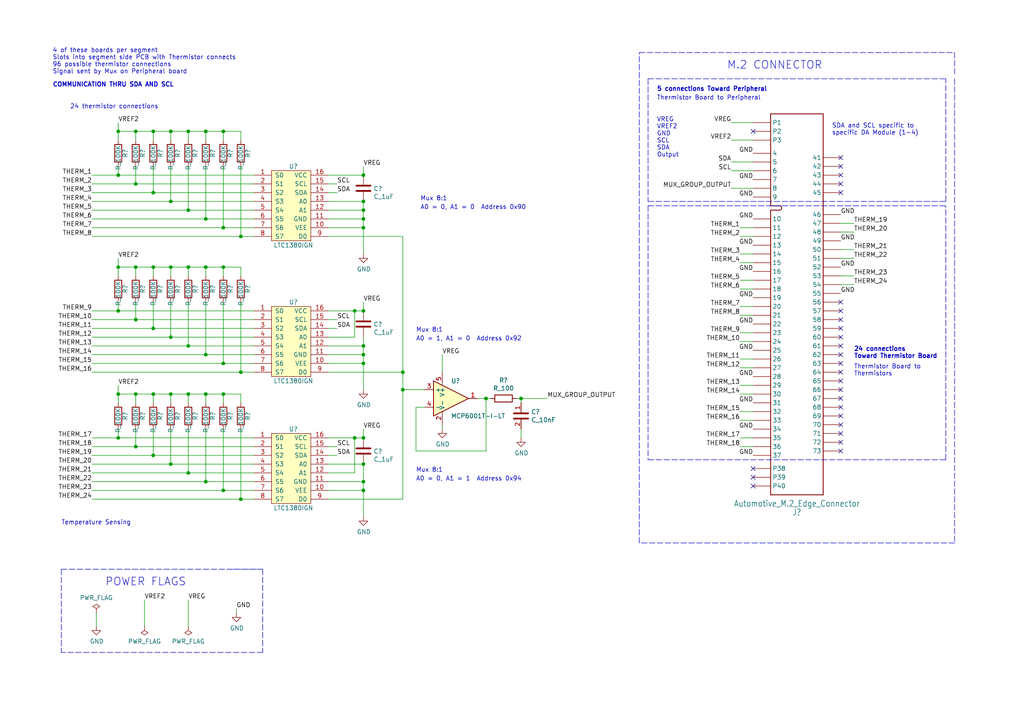
<source format=kicad_sch>
(kicad_sch (version 20211123) (generator eeschema)
  (paper "A4")
  (title_block (title "Data Acquisition Module") (date "2022-10-23") (rev "2") (company "Olin Electric Motorsports") (comment 1 "Melissa Kazazic"))
  (lib_symbols
    (symbol "formula:Automotive_M.2_Edge_Connector"
      (property "Reference" "J?" (at 1.27 49.53 0))
      (property "Value" "Automotive_M.2_Edge_Connector" (at 7.62 45.72 0))
      (symbol "Automotive_M.2_Edge_Connector_0_1"
        (arc (start -5.0436 15.2415) (mid -4.4198 15.8765) (end -5.0436 16.5115) (stroke (width 0.25)))
        (polyline (pts (xy -7.62 15.24) (xy -5.08 15.24)) (stroke (width 0.25)))
        (polyline (pts (xy -7.62 16.51) (xy -5.08 16.51)) (stroke (width 0.25)))
        (polyline (pts (xy -7.62 43.18) (xy -7.62 16.51)) (stroke (width 0.25)))
        (polyline (pts (xy 7.62 -67.31) (xy -7.62 -67.31)) (stroke (width 0.25)))
      )
      (symbol "Automotive_M.2_Edge_Connector_1_0"
        (polyline (pts (xy -7.62 -67.31) (xy -7.62 15.24)) (stroke (width 0.254)))
        (polyline (pts (xy 7.62 43.18) (xy -7.62 43.18)) (stroke (width 0.254)))
        (polyline (pts (xy 7.62 43.18) (xy 7.62 -67.31)) (stroke (width 0.254)))
        (pin bidirectional line (at -12.7 12.7 0) (length 5.08) (name "10") (number "10"))
        (pin bidirectional line (at -12.7 10.16 0) (length 5.08) (name "11") (number "11"))
        (pin bidirectional line (at -12.7 7.62 0) (length 5.08) (name "12") (number "12"))
        (pin bidirectional line (at -12.7 5.08 0) (length 5.08) (name "13") (number "13"))
        (pin bidirectional line (at -12.7 2.54 0) (length 5.08) (name "14") (number "14"))
        (pin bidirectional line (at -12.7 0 0) (length 5.08) (name "15") (number "15"))
        (pin bidirectional line (at -12.7 -2.54 0) (length 5.08) (name "16") (number "16"))
        (pin bidirectional line (at -12.7 -5.08 0) (length 5.08) (name "17") (number "17"))
        (pin bidirectional line (at -12.7 -7.62 0) (length 5.08) (name "18") (number "18"))
        (pin bidirectional line (at -12.7 -10.16 0) (length 5.08) (name "19") (number "19"))
        (pin bidirectional line (at -12.7 -12.7 0) (length 5.08) (name "20") (number "20"))
        (pin bidirectional line (at -12.7 -15.24 0) (length 5.08) (name "21") (number "21"))
        (pin bidirectional line (at -12.7 -17.78 0) (length 5.08) (name "22") (number "22"))
        (pin bidirectional line (at -12.7 -20.32 0) (length 5.08) (name "23") (number "23"))
        (pin bidirectional line (at -12.7 -22.86 0) (length 5.08) (name "24") (number "24"))
        (pin bidirectional line (at -12.7 -25.4 0) (length 5.08) (name "25") (number "25"))
        (pin bidirectional line (at -12.7 -27.94 0) (length 5.08) (name "26") (number "26"))
        (pin bidirectional line (at -12.7 -30.48 0) (length 5.08) (name "27") (number "27"))
        (pin bidirectional line (at -12.7 -33.02 0) (length 5.08) (name "28") (number "28"))
        (pin bidirectional line (at -12.7 -35.56 0) (length 5.08) (name "29") (number "29"))
        (pin bidirectional line (at -12.7 -38.1 0) (length 5.08) (name "30") (number "30"))
        (pin bidirectional line (at -12.7 -40.64 0) (length 5.08) (name "31") (number "31"))
        (pin bidirectional line (at -12.7 -43.18 0) (length 5.08) (name "32") (number "32"))
        (pin bidirectional line (at -12.7 -45.72 0) (length 5.08) (name "33") (number "33"))
        (pin bidirectional line (at -12.7 -48.26 0) (length 5.08) (name "34") (number "34"))
        (pin bidirectional line (at -12.7 -50.8 0) (length 5.08) (name "35") (number "35"))
        (pin bidirectional line (at -12.7 -53.34 0) (length 5.08) (name "36") (number "36"))
        (pin bidirectional line (at -12.7 -55.88 0) (length 5.08) (name "37") (number "37"))
        (pin bidirectional line (at -12.7 31.75 0) (length 5.08) (name "4") (number "4"))
        (pin bidirectional line (at 12.7 30.48 180) (length 5.08) (name "41") (number "41"))
        (pin bidirectional line (at 12.7 27.94 180) (length 5.08) (name "42") (number "42"))
        (pin bidirectional line (at 12.7 25.4 180) (length 5.08) (name "43") (number "43"))
        (pin bidirectional line (at 12.7 22.86 180) (length 5.08) (name "44") (number "44"))
        (pin bidirectional line (at 12.7 20.32 180) (length 5.08) (name "45") (number "45"))
        (pin bidirectional line (at 12.7 13.97 180) (length 5.08) (name "46") (number "46"))
        (pin bidirectional line (at 12.7 11.43 180) (length 5.08) (name "47") (number "47"))
        (pin bidirectional line (at 12.7 8.89 180) (length 5.08) (name "48") (number "48"))
        (pin bidirectional line (at 12.7 6.35 180) (length 5.08) (name "49") (number "49"))
        (pin bidirectional line (at -12.7 29.21 0) (length 5.08) (name "5") (number "5"))
        (pin bidirectional line (at 12.7 3.81 180) (length 5.08) (name "50") (number "50"))
        (pin bidirectional line (at 12.7 1.27 180) (length 5.08) (name "51") (number "51"))
        (pin bidirectional line (at 12.7 -1.27 180) (length 5.08) (name "52") (number "52"))
        (pin bidirectional line (at 12.7 -3.81 180) (length 5.08) (name "53") (number "53"))
        (pin bidirectional line (at 12.7 -6.35 180) (length 5.08) (name "54") (number "54"))
        (pin bidirectional line (at 12.7 -8.89 180) (length 5.08) (name "55") (number "55"))
        (pin bidirectional line (at 12.7 -11.43 180) (length 5.08) (name "56") (number "56"))
        (pin bidirectional line (at 12.7 -13.97 180) (length 5.08) (name "57") (number "57"))
        (pin bidirectional line (at 12.7 -16.51 180) (length 5.08) (name "58") (number "58"))
        (pin bidirectional line (at 12.7 -19.05 180) (length 5.08) (name "59") (number "59"))
        (pin bidirectional line (at -12.7 26.67 0) (length 5.08) (name "6") (number "6"))
        (pin bidirectional line (at 12.7 -21.59 180) (length 5.08) (name "60") (number "60"))
        (pin bidirectional line (at 12.7 -24.13 180) (length 5.08) (name "61") (number "61"))
        (pin bidirectional line (at 12.7 -26.67 180) (length 5.08) (name "62") (number "62"))
        (pin bidirectional line (at 12.7 -29.21 180) (length 5.08) (name "63") (number "63"))
        (pin bidirectional line (at 12.7 -31.75 180) (length 5.08) (name "64") (number "64"))
        (pin bidirectional line (at 12.7 -34.29 180) (length 5.08) (name "65") (number "65"))
        (pin bidirectional line (at 12.7 -36.83 180) (length 5.08) (name "66") (number "66"))
        (pin bidirectional line (at 12.7 -39.37 180) (length 5.08) (name "67") (number "67"))
        (pin bidirectional line (at 12.7 -41.91 180) (length 5.08) (name "68") (number "68"))
        (pin bidirectional line (at 12.7 -44.45 180) (length 5.08) (name "69") (number "69"))
        (pin bidirectional line (at -12.7 24.13 0) (length 5.08) (name "7") (number "7"))
        (pin bidirectional line (at 12.7 -46.99 180) (length 5.08) (name "70") (number "70"))
        (pin bidirectional line (at 12.7 -49.53 180) (length 5.08) (name "71") (number "71"))
        (pin bidirectional line (at 12.7 -52.07 180) (length 5.08) (name "72") (number "72"))
        (pin bidirectional line (at 12.7 -54.61 180) (length 5.08) (name "73") (number "73"))
        (pin bidirectional line (at -12.7 21.59 0) (length 5.08) (name "8") (number "8"))
        (pin bidirectional line (at -12.7 19.05 0) (length 5.08) (name "9") (number "9"))
        (pin bidirectional line (at -12.7 40.64 0) (length 5.08) (name "P1") (number "P1"))
        (pin bidirectional line (at -12.7 38.1 0) (length 5.08) (name "P2") (number "P2"))
        (pin bidirectional line (at -12.7 35.56 0) (length 5.08) (name "P3") (number "P3"))
        (pin bidirectional line (at -12.7 -59.69 0) (length 5.08) (name "P38") (number "P38"))
        (pin bidirectional line (at -12.7 -62.23 0) (length 5.08) (name "P39") (number "P39"))
        (pin bidirectional line (at -12.7 -64.77 0) (length 5.08) (name "P40") (number "P40"))
      )
    )
    (symbol "formula:C_10nF" (pin_names (offset 1.016))
      (property "Reference" "C" (at -2.54 2.54 0))
      (property "Value" "C_10nF" (at 3.81 0 90))
      (symbol "C_10nF_0_1"
        (polyline (pts (xy -2.032 -0.762) (xy 2.032 -0.762)) (stroke (width 0.508)))
        (polyline (pts (xy -2.032 0.762) (xy 2.032 0.762)) (stroke (width 0.508)))
      )
      (symbol "C_10nF_1_1"
        (pin passive line (at 0 3.81 270) (length 2.794) (name "~") (number "1"))
        (pin passive line (at 0 -3.81 90) (length 2.794) (name "~") (number "2"))
      )
    )
    (symbol "formula:C_1uF" (pin_numbers hide) (pin_names (offset 0.254))
      (property "Reference" "C" (at 0.635 3.81 0))
      (property "Value" "C_1uF" (at 0.635 -1.27 0))
      (symbol "C_1uF_0_1"
        (polyline (pts (xy -2.032 0.508) (xy 2.032 0.508)) (stroke (width 0.508)))
        (polyline (pts (xy -2.032 2.032) (xy 2.032 2.032)) (stroke (width 0.508)))
      )
      (symbol "C_1uF_1_1"
        (pin passive line (at 0 5.08 270) (length 2.794) (name "~") (number "1"))
        (pin passive line (at 0 -2.54 90) (length 2.794) (name "~") (number "2"))
      )
    )
    (symbol "formula:LTC1380IGN" (pin_names (offset 1.016))
      (property "Reference" "U" (at 0 11.43 0))
      (property "Value" "LTC1380IGN" (at 0 -11.43 0))
      (symbol "LTC1380IGN_0_1"
        (rectangle (start -6.35 10.16) (end 5.08 -10.16) (fill (type background)))
      )
      (symbol "LTC1380IGN_1_1"
        (pin input line (at -11.43 8.89 0) (length 5.08) (name "S0") (number "1"))
        (pin input line (at 10.16 -6.35 180) (length 5.08) (name "VEE") (number "10"))
        (pin input line (at 10.16 -3.81 180) (length 5.08) (name "GND") (number "11"))
        (pin input line (at 10.16 -1.27 180) (length 5.08) (name "A1") (number "12"))
        (pin input line (at 10.16 1.27 180) (length 5.08) (name "A0") (number "13"))
        (pin input line (at 10.16 3.81 180) (length 5.08) (name "SDA") (number "14"))
        (pin input line (at 10.16 6.35 180) (length 5.08) (name "SCL") (number "15"))
        (pin input line (at 10.16 8.89 180) (length 5.08) (name "VCC") (number "16"))
        (pin input line (at -11.43 6.35 0) (length 5.08) (name "S1") (number "2"))
        (pin input line (at -11.43 3.81 0) (length 5.08) (name "S2") (number "3"))
        (pin input line (at -11.43 1.27 0) (length 5.08) (name "S3") (number "4"))
        (pin input line (at -11.43 -1.27 0) (length 5.08) (name "S4") (number "5"))
        (pin input line (at -11.43 -3.81 0) (length 5.08) (name "S5") (number "6"))
        (pin input line (at -11.43 -6.35 0) (length 5.08) (name "S6") (number "7"))
        (pin input line (at -11.43 -8.89 0) (length 5.08) (name "S7") (number "8"))
        (pin input line (at 10.16 -8.89 180) (length 5.08) (name "D0") (number "9"))
      )
    )
    (symbol "formula:MCP6001T-I-LT"
      (property "Reference" "U" (at 0 5.08 0))
      (property "Value" "MCP6001T-I-LT" (at 0 -5.08 0))
      (symbol "MCP6001T-I-LT_0_1"
        (polyline (pts (xy -5.08 5.08) (xy 5.08 0) (xy -5.08 -5.08) (xy -5.08 5.08)) (stroke (width 0.254)) (fill (type background)))
        (pin power_in line (at -2.54 -7.62 90) (length 3.81) (name "V-") (number "2"))
        (pin power_in line (at -2.54 7.62 270) (length 3.81) (name "V+") (number "5"))
      )
      (symbol "MCP6001T-I-LT_1_1"
        (pin output line (at 7.62 0 180) (length 2.54) (name "~") (number "1"))
        (pin input line (at -7.62 2.54 0) (length 2.54) (name "+") (number "3"))
        (pin input line (at -7.62 -2.54 0) (length 2.54) (name "-") (number "4"))
      )
    )
    (symbol "formula:R_100" (pin_numbers hide) (pin_names (offset 0))
      (property "Reference" "R" (at 2.032 0 90))
      (property "Value" "R_100" (at -2.54 0 90))
      (symbol "R_100_0_1"
        (rectangle (start -1.016 -2.54) (end 1.016 2.54) (stroke (width 0.254)))
      )
      (symbol "R_100_1_1"
        (pin passive line (at 0 3.81 270) (length 1.27) (name "~") (number "1"))
        (pin passive line (at 0 -3.81 90) (length 1.27) (name "~") (number "2"))
      )
    )
    (symbol "formula:R_100K" (pin_numbers hide) (pin_names (offset 0))
      (property "Reference" "R" (at 2.032 0 90))
      (property "Value" "R_100K" (at -2.54 0 90))
      (symbol "R_100K_0_1"
        (rectangle (start -1.016 -2.54) (end 1.016 2.54) (stroke (width 0.254)))
      )
      (symbol "R_100K_1_1"
        (pin passive line (at 0 3.81 270) (length 1.27) (name "~") (number "1"))
        (pin passive line (at 0 -3.81 90) (length 1.27) (name "~") (number "2"))
      )
    )
    (symbol "power:GND" (power) (pin_names (offset 0))
      (property "Value" "GND" (at 0 -3.81 0))
      (symbol "GND_0_1"
        (polyline (pts (xy 0 0) (xy 0 -1.27) (xy 1.27 -1.27) (xy 0 -2.54) (xy -1.27 -1.27) (xy 0 -1.27)))
      )
      (symbol "GND_1_1"
        (pin power_in line (at 0 0 270) (length 0) hide (name "GND") (number "1"))
      )
    )
    (symbol "power:PWR_FLAG" (power) (pin_numbers hide) (pin_names (offset 0) hide)
      (property "Value" "PWR_FLAG" (at 0 3.81 0))
      (symbol "PWR_FLAG_0_0"
        (pin power_out line (at 0 0 90) (length 0) (name "pwr") (number "1"))
      )
      (symbol "PWR_FLAG_0_1"
        (polyline (pts (xy 0 0) (xy 0 1.27) (xy -1.016 1.905) (xy 0 2.54) (xy 1.016 1.905) (xy 0 1.27)))
      )
    )
  )
  (junction (at 34.29 38.1))
  (junction (at 59.69 102.87))
  (junction (at 49.53 38.1))
  (junction (at 34.29 114.3))
  (junction (at 64.77 77.47))
  (junction (at 34.29 50.8))
  (junction (at 54.61 38.1))
  (junction (at 105.41 105.41))
  (junction (at 59.69 114.3))
  (junction (at 44.45 114.3))
  (junction (at 69.85 107.95))
  (junction (at 64.77 38.1))
  (junction (at 49.53 114.3))
  (junction (at 44.45 77.47))
  (junction (at 116.84 107.95))
  (junction (at 105.41 66.04))
  (junction (at 39.37 38.1))
  (junction (at 44.45 95.25))
  (junction (at 34.29 127))
  (junction (at 105.41 90.17))
  (junction (at 102.87 127))
  (junction (at 105.41 102.87))
  (junction (at 54.61 114.3))
  (junction (at 151.13 115.57))
  (junction (at 116.84 113.03))
  (junction (at 105.41 142.24))
  (junction (at 34.29 77.47))
  (junction (at 105.41 100.33))
  (junction (at 54.61 60.96))
  (junction (at 39.37 77.47))
  (junction (at 54.61 137.16))
  (junction (at 105.41 50.8))
  (junction (at 44.45 38.1))
  (junction (at 54.61 77.47))
  (junction (at 39.37 92.71))
  (junction (at 44.45 132.08))
  (junction (at 105.41 134.62))
  (junction (at 49.53 58.42))
  (junction (at 59.69 38.1))
  (junction (at 49.53 77.47))
  (junction (at 64.77 105.41))
  (junction (at 105.41 60.96))
  (junction (at 105.41 127))
  (junction (at 105.41 139.7))
  (junction (at 54.61 100.33))
  (junction (at 34.29 90.17))
  (junction (at 59.69 77.47))
  (junction (at 64.77 66.04))
  (junction (at 44.45 55.88))
  (junction (at 49.53 134.62))
  (junction (at 59.69 63.5))
  (junction (at 39.37 53.34))
  (junction (at 140.97 115.57))
  (junction (at 64.77 142.24))
  (junction (at 69.85 68.58))
  (junction (at 69.85 144.78))
  (junction (at 105.41 63.5))
  (junction (at 105.41 58.42))
  (junction (at 64.77 114.3))
  (junction (at 59.69 139.7))
  (junction (at 49.53 97.79))
  (junction (at 39.37 129.54))
  (junction (at 39.37 114.3))
  (junction (at 102.87 90.17))
  (no_connect (at 218.44 38.1))
  (no_connect (at 243.84 50.8))
  (no_connect (at 243.84 48.26))
  (no_connect (at 243.84 45.72))
  (no_connect (at 243.84 55.88))
  (no_connect (at 243.84 53.34))
  (no_connect (at 243.84 125.73))
  (no_connect (at 243.84 120.65))
  (no_connect (at 243.84 123.19))
  (no_connect (at 243.84 130.81))
  (no_connect (at 243.84 128.27))
  (no_connect (at 243.84 115.57))
  (no_connect (at 243.84 118.11))
  (no_connect (at 218.44 135.89))
  (no_connect (at 218.44 138.43))
  (no_connect (at 218.44 140.97))
  (no_connect (at 243.84 90.17))
  (no_connect (at 243.84 87.63))
  (no_connect (at 243.84 92.71))
  (no_connect (at 243.84 95.25))
  (no_connect (at 243.84 97.79))
  (no_connect (at 243.84 100.33))
  (no_connect (at 243.84 102.87))
  (no_connect (at 243.84 105.41))
  (no_connect (at 243.84 107.95))
  (no_connect (at 243.84 110.49))
  (no_connect (at 243.84 113.03))
  (wire (pts (xy 39.37 92.71) (xy 73.66 92.71)))
  (wire (pts (xy 59.69 77.47) (xy 54.61 77.47)))
  (wire (pts (xy 54.61 137.16) (xy 73.66 137.16)))
  (polyline (pts (xy 276.86 22.86) (xy 276.86 157.48)))
  (wire (pts (xy 151.13 124.46) (xy 151.13 127)))
  (wire (pts (xy 49.53 38.1) (xy 44.45 38.1)))
  (wire (pts (xy 214.63 99.06) (xy 218.44 99.06)))
  (wire (pts (xy 59.69 48.26) (xy 59.69 63.5)))
  (wire (pts (xy 49.53 38.1) (xy 49.53 40.64)))
  (wire (pts (xy 69.85 114.3) (xy 64.77 114.3)))
  (wire (pts (xy 214.63 91.44) (xy 218.44 91.44)))
  (polyline (pts (xy 276.86 15.24) (xy 276.86 21.59)))
  (wire (pts (xy 95.25 68.58) (xy 116.84 68.58)))
  (polyline (pts (xy 185.42 15.24) (xy 276.86 15.24)))
  (wire (pts (xy 97.79 95.25) (xy 95.25 95.25)))
  (wire (pts (xy 105.41 142.24) (xy 105.41 149.86)))
  (wire (pts (xy 26.67 102.87) (xy 59.69 102.87)))
  (wire (pts (xy 95.25 60.96) (xy 105.41 60.96)))
  (wire (pts (xy 54.61 77.47) (xy 54.61 80.01)))
  (wire (pts (xy 34.29 50.8) (xy 73.66 50.8)))
  (wire (pts (xy 59.69 38.1) (xy 54.61 38.1)))
  (wire (pts (xy 105.41 134.62) (xy 95.25 134.62)))
  (wire (pts (xy 105.41 105.41) (xy 105.41 113.03)))
  (wire (pts (xy 214.63 96.52) (xy 218.44 96.52)))
  (wire (pts (xy 26.67 144.78) (xy 69.85 144.78)))
  (wire (pts (xy 49.53 58.42) (xy 73.66 58.42)))
  (wire (pts (xy 212.09 54.61) (xy 218.44 54.61)))
  (wire (pts (xy 34.29 77.47) (xy 34.29 80.01)))
  (wire (pts (xy 69.85 124.46) (xy 69.85 144.78)))
  (wire (pts (xy 54.61 124.46) (xy 54.61 137.16)))
  (wire (pts (xy 59.69 124.46) (xy 59.69 139.7)))
  (wire (pts (xy 59.69 38.1) (xy 59.69 40.64)))
  (wire (pts (xy 54.61 114.3) (xy 49.53 114.3)))
  (polyline (pts (xy 17.78 165.1) (xy 17.78 189.23)))
  (wire (pts (xy 54.61 60.96) (xy 26.67 60.96)))
  (wire (pts (xy 49.53 97.79) (xy 73.66 97.79)))
  (wire (pts (xy 105.41 100.33) (xy 105.41 102.87)))
  (polyline (pts (xy 187.96 22.86) (xy 187.96 58.42)))
  (wire (pts (xy 128.27 102.87) (xy 128.27 107.95)))
  (wire (pts (xy 140.97 130.81) (xy 140.97 115.57)))
  (wire (pts (xy 39.37 48.26) (xy 39.37 53.34)))
  (wire (pts (xy 247.65 74.93) (xy 243.84 74.93)))
  (wire (pts (xy 95.25 92.71) (xy 97.79 92.71)))
  (wire (pts (xy 214.63 111.76) (xy 218.44 111.76)))
  (wire (pts (xy 34.29 48.26) (xy 34.29 50.8)))
  (polyline (pts (xy 185.42 157.48) (xy 185.42 15.24)))
  (polyline (pts (xy 76.2 165.1) (xy 76.2 189.23)))
  (wire (pts (xy 116.84 68.58) (xy 116.84 107.95)))
  (wire (pts (xy 73.66 66.04) (xy 64.77 66.04)))
  (wire (pts (xy 95.25 142.24) (xy 105.41 142.24)))
  (wire (pts (xy 158.75 115.57) (xy 151.13 115.57)))
  (wire (pts (xy 26.67 139.7) (xy 59.69 139.7)))
  (wire (pts (xy 95.25 100.33) (xy 105.41 100.33)))
  (wire (pts (xy 214.63 106.68) (xy 218.44 106.68)))
  (wire (pts (xy 69.85 48.26) (xy 69.85 68.58)))
  (wire (pts (xy 102.87 137.16) (xy 102.87 127)))
  (wire (pts (xy 54.61 60.96) (xy 73.66 60.96)))
  (wire (pts (xy 214.63 127) (xy 218.44 127)))
  (wire (pts (xy 214.63 76.2) (xy 218.44 76.2)))
  (polyline (pts (xy 276.86 157.48) (xy 185.42 157.48)))
  (wire (pts (xy 54.61 100.33) (xy 73.66 100.33)))
  (wire (pts (xy 73.66 142.24) (xy 64.77 142.24)))
  (wire (pts (xy 64.77 87.63) (xy 64.77 105.41)))
  (wire (pts (xy 123.19 118.11) (xy 120.65 118.11)))
  (wire (pts (xy 214.63 66.04) (xy 218.44 66.04)))
  (wire (pts (xy 105.41 134.62) (xy 105.41 139.7)))
  (wire (pts (xy 39.37 38.1) (xy 34.29 38.1)))
  (wire (pts (xy 26.67 127) (xy 34.29 127)))
  (polyline (pts (xy 187.96 133.35) (xy 274.32 133.35)))
  (wire (pts (xy 69.85 87.63) (xy 69.85 107.95)))
  (wire (pts (xy 95.25 90.17) (xy 102.87 90.17)))
  (polyline (pts (xy 76.2 189.23) (xy 17.78 189.23)))
  (wire (pts (xy 34.29 124.46) (xy 34.29 127)))
  (wire (pts (xy 59.69 77.47) (xy 59.69 80.01)))
  (wire (pts (xy 105.41 139.7) (xy 105.41 142.24)))
  (wire (pts (xy 73.66 95.25) (xy 44.45 95.25)))
  (wire (pts (xy 39.37 38.1) (xy 39.37 40.64)))
  (wire (pts (xy 54.61 100.33) (xy 26.67 100.33)))
  (wire (pts (xy 54.61 181.61) (xy 54.61 173.99)))
  (wire (pts (xy 69.85 68.58) (xy 73.66 68.58)))
  (wire (pts (xy 102.87 97.79) (xy 95.25 97.79)))
  (wire (pts (xy 26.67 50.8) (xy 34.29 50.8)))
  (wire (pts (xy 214.63 104.14) (xy 218.44 104.14)))
  (wire (pts (xy 214.63 73.66) (xy 218.44 73.66)))
  (wire (pts (xy 64.77 48.26) (xy 64.77 66.04)))
  (wire (pts (xy 212.09 46.99) (xy 218.44 46.99)))
  (wire (pts (xy 102.87 127) (xy 105.41 127)))
  (wire (pts (xy 95.25 139.7) (xy 105.41 139.7)))
  (wire (pts (xy 95.25 53.34) (xy 97.79 53.34)))
  (wire (pts (xy 34.29 111.76) (xy 34.29 114.3)))
  (wire (pts (xy 44.45 77.47) (xy 44.45 80.01)))
  (wire (pts (xy 49.53 114.3) (xy 49.53 116.84)))
  (wire (pts (xy 54.61 38.1) (xy 49.53 38.1)))
  (wire (pts (xy 69.85 116.84) (xy 69.85 114.3)))
  (wire (pts (xy 64.77 38.1) (xy 59.69 38.1)))
  (wire (pts (xy 44.45 38.1) (xy 44.45 40.64)))
  (wire (pts (xy 214.63 68.58) (xy 218.44 68.58)))
  (wire (pts (xy 214.63 114.3) (xy 218.44 114.3)))
  (wire (pts (xy 59.69 63.5) (xy 73.66 63.5)))
  (wire (pts (xy 214.63 129.54) (xy 218.44 129.54)))
  (wire (pts (xy 44.45 114.3) (xy 44.45 116.84)))
  (wire (pts (xy 39.37 77.47) (xy 34.29 77.47)))
  (wire (pts (xy 49.53 87.63) (xy 49.53 97.79)))
  (wire (pts (xy 69.85 77.47) (xy 64.77 77.47)))
  (wire (pts (xy 26.67 90.17) (xy 34.29 90.17)))
  (wire (pts (xy 34.29 127) (xy 73.66 127)))
  (wire (pts (xy 26.67 58.42) (xy 49.53 58.42)))
  (wire (pts (xy 95.25 63.5) (xy 105.41 63.5)))
  (wire (pts (xy 26.67 92.71) (xy 39.37 92.71)))
  (wire (pts (xy 54.61 48.26) (xy 54.61 60.96)))
  (wire (pts (xy 39.37 53.34) (xy 73.66 53.34)))
  (polyline (pts (xy 187.96 58.42) (xy 274.32 58.42)))
  (wire (pts (xy 247.65 72.39) (xy 243.84 72.39)))
  (wire (pts (xy 54.61 114.3) (xy 54.61 116.84)))
  (wire (pts (xy 26.67 68.58) (xy 69.85 68.58)))
  (wire (pts (xy 214.63 81.28) (xy 218.44 81.28)))
  (wire (pts (xy 26.67 129.54) (xy 39.37 129.54)))
  (wire (pts (xy 69.85 107.95) (xy 73.66 107.95)))
  (polyline (pts (xy 187.96 59.69) (xy 187.96 133.35)))
  (wire (pts (xy 95.25 144.78) (xy 116.84 144.78)))
  (wire (pts (xy 102.87 90.17) (xy 102.87 97.79)))
  (wire (pts (xy 69.85 144.78) (xy 73.66 144.78)))
  (wire (pts (xy 64.77 124.46) (xy 64.77 142.24)))
  (wire (pts (xy 116.84 113.03) (xy 116.84 107.95)))
  (wire (pts (xy 64.77 77.47) (xy 59.69 77.47)))
  (wire (pts (xy 64.77 105.41) (xy 26.67 105.41)))
  (wire (pts (xy 214.63 88.9) (xy 218.44 88.9)))
  (wire (pts (xy 49.53 124.46) (xy 49.53 134.62)))
  (wire (pts (xy 26.67 63.5) (xy 59.69 63.5)))
  (wire (pts (xy 44.45 77.47) (xy 39.37 77.47)))
  (wire (pts (xy 116.84 144.78) (xy 116.84 113.03)))
  (wire (pts (xy 247.65 80.01) (xy 243.84 80.01)))
  (wire (pts (xy 64.77 114.3) (xy 64.77 116.84)))
  (wire (pts (xy 59.69 139.7) (xy 73.66 139.7)))
  (wire (pts (xy 95.25 129.54) (xy 97.79 129.54)))
  (wire (pts (xy 151.13 115.57) (xy 151.13 116.84)))
  (wire (pts (xy 59.69 114.3) (xy 59.69 116.84)))
  (wire (pts (xy 64.77 77.47) (xy 64.77 80.01)))
  (wire (pts (xy 95.25 102.87) (xy 105.41 102.87)))
  (wire (pts (xy 105.41 102.87) (xy 105.41 105.41)))
  (polyline (pts (xy 274.32 133.35) (xy 274.32 59.69)))
  (wire (pts (xy 44.45 114.3) (xy 39.37 114.3)))
  (wire (pts (xy 212.09 40.64) (xy 218.44 40.64)))
  (wire (pts (xy 39.37 77.47) (xy 39.37 80.01)))
  (wire (pts (xy 95.25 137.16) (xy 102.87 137.16)))
  (wire (pts (xy 34.29 114.3) (xy 34.29 116.84)))
  (wire (pts (xy 212.09 49.53) (xy 218.44 49.53)))
  (wire (pts (xy 120.65 118.11) (xy 120.65 130.81)))
  (wire (pts (xy 247.65 64.77) (xy 243.84 64.77)))
  (wire (pts (xy 26.67 107.95) (xy 69.85 107.95)))
  (polyline (pts (xy 187.96 59.69) (xy 274.32 59.69)))
  (wire (pts (xy 41.91 181.61) (xy 41.91 173.99)))
  (wire (pts (xy 49.53 77.47) (xy 49.53 80.01)))
  (wire (pts (xy 26.67 53.34) (xy 39.37 53.34)))
  (wire (pts (xy 49.53 134.62) (xy 73.66 134.62)))
  (wire (pts (xy 105.41 63.5) (xy 105.41 66.04)))
  (wire (pts (xy 247.65 67.31) (xy 243.84 67.31)))
  (wire (pts (xy 39.37 114.3) (xy 39.37 116.84)))
  (wire (pts (xy 69.85 38.1) (xy 64.77 38.1)))
  (wire (pts (xy 59.69 102.87) (xy 73.66 102.87)))
  (wire (pts (xy 73.66 132.08) (xy 44.45 132.08)))
  (wire (pts (xy 95.25 107.95) (xy 116.84 107.95)))
  (wire (pts (xy 34.29 90.17) (xy 73.66 90.17)))
  (wire (pts (xy 69.85 40.64) (xy 69.85 38.1)))
  (wire (pts (xy 26.67 97.79) (xy 49.53 97.79)))
  (wire (pts (xy 44.45 38.1) (xy 39.37 38.1)))
  (wire (pts (xy 54.61 77.47) (xy 49.53 77.47)))
  (wire (pts (xy 105.41 66.04) (xy 105.41 73.66)))
  (wire (pts (xy 34.29 74.93) (xy 34.29 77.47)))
  (wire (pts (xy 97.79 55.88) (xy 95.25 55.88)))
  (wire (pts (xy 39.37 114.3) (xy 34.29 114.3)))
  (wire (pts (xy 214.63 121.92) (xy 218.44 121.92)))
  (wire (pts (xy 105.41 58.42) (xy 105.41 60.96)))
  (wire (pts (xy 64.77 66.04) (xy 26.67 66.04)))
  (wire (pts (xy 140.97 115.57) (xy 138.43 115.57)))
  (wire (pts (xy 214.63 119.38) (xy 218.44 119.38)))
  (wire (pts (xy 54.61 87.63) (xy 54.61 100.33)))
  (wire (pts (xy 34.29 38.1) (xy 34.29 40.64)))
  (wire (pts (xy 44.45 87.63) (xy 44.45 95.25)))
  (wire (pts (xy 44.45 132.08) (xy 26.67 132.08)))
  (wire (pts (xy 95.25 105.41) (xy 105.41 105.41)))
  (wire (pts (xy 128.27 123.19) (xy 128.27 124.46)))
  (wire (pts (xy 64.77 38.1) (xy 64.77 40.64)))
  (wire (pts (xy 64.77 142.24) (xy 26.67 142.24)))
  (wire (pts (xy 97.79 132.08) (xy 95.25 132.08)))
  (wire (pts (xy 49.53 48.26) (xy 49.53 58.42)))
  (wire (pts (xy 44.45 95.25) (xy 26.67 95.25)))
  (wire (pts (xy 39.37 124.46) (xy 39.37 129.54)))
  (wire (pts (xy 95.25 66.04) (xy 105.41 66.04)))
  (wire (pts (xy 120.65 130.81) (xy 140.97 130.81)))
  (wire (pts (xy 44.45 48.26) (xy 44.45 55.88)))
  (wire (pts (xy 54.61 38.1) (xy 54.61 40.64)))
  (wire (pts (xy 214.63 83.82) (xy 218.44 83.82)))
  (wire (pts (xy 34.29 87.63) (xy 34.29 90.17)))
  (wire (pts (xy 247.65 82.55) (xy 243.84 82.55)))
  (polyline (pts (xy 76.2 165.1) (xy 66.04 165.1)))
  (wire (pts (xy 105.41 60.96) (xy 105.41 63.5)))
  (wire (pts (xy 212.09 35.56) (xy 218.44 35.56)))
  (wire (pts (xy 105.41 58.42) (xy 95.25 58.42)))
  (wire (pts (xy 95.25 127) (xy 102.87 127)))
  (wire (pts (xy 39.37 129.54) (xy 73.66 129.54)))
  (polyline (pts (xy 274.32 58.42) (xy 274.32 22.86)))
  (wire (pts (xy 102.87 90.17) (xy 105.41 90.17)))
  (wire (pts (xy 73.66 105.41) (xy 64.77 105.41)))
  (wire (pts (xy 149.86 115.57) (xy 151.13 115.57)))
  (wire (pts (xy 140.97 115.57) (xy 142.24 115.57)))
  (wire (pts (xy 59.69 114.3) (xy 54.61 114.3)))
  (wire (pts (xy 26.67 134.62) (xy 49.53 134.62)))
  (wire (pts (xy 49.53 77.47) (xy 44.45 77.47)))
  (wire (pts (xy 105.41 124.46) (xy 105.41 127)))
  (wire (pts (xy 59.69 87.63) (xy 59.69 102.87)))
  (wire (pts (xy 123.19 113.03) (xy 116.84 113.03)))
  (wire (pts (xy 105.41 48.26) (xy 105.41 50.8)))
  (wire (pts (xy 105.41 87.63) (xy 105.41 90.17)))
  (wire (pts (xy 39.37 87.63) (xy 39.37 92.71)))
  (wire (pts (xy 27.94 177.8) (xy 27.94 181.61)))
  (polyline (pts (xy 17.78 165.1) (xy 76.2 165.1)))
  (polyline (pts (xy 187.96 22.86) (xy 274.32 22.86)))
  (wire (pts (xy 69.85 80.01) (xy 69.85 77.47)))
  (wire (pts (xy 44.45 55.88) (xy 26.67 55.88)))
  (wire (pts (xy 95.25 50.8) (xy 105.41 50.8)))
  (wire (pts (xy 73.66 55.88) (xy 44.45 55.88)))
  (wire (pts (xy 105.41 97.79) (xy 105.41 100.33)))
  (wire (pts (xy 54.61 137.16) (xy 26.67 137.16)))
  (wire (pts (xy 49.53 114.3) (xy 44.45 114.3)))
  (wire (pts (xy 68.58 176.53) (xy 68.58 177.8)))
  (wire (pts (xy 34.29 35.56) (xy 34.29 38.1)))
  (wire (pts (xy 44.45 124.46) (xy 44.45 132.08)))
  (wire (pts (xy 64.77 114.3) (xy 59.69 114.3)))
  (text "POWER FLAGS\n" (at 30.48 170.18 0) (effects (font (size 2.2606 2.2606)) (justify left bottom)))
  (text "SDA and SCL specific to\nspecific DA Module (1-4)" (at 241.3 39.37 0) (effects (font (size 1.27 1.27)) (justify left bottom)))
  (text "Mux 8:1" (at 120.65 137.16 0) (effects (font (size 1.27 1.27)) (justify left bottom)))
  (text "Mux 8:1" (at 120.65 96.52 0) (effects (font (size 1.27 1.27)) (justify left bottom)))
  (text "Temperature Sensing" (at 17.78 152.4 0) (effects (font (size 1.27 1.27)) (justify left bottom)))
  (text "24 connections \nToward Thermistor Board" (at 247.65 104.14 0) (effects (font (size 1.27 1.27) (thickness 0.254) bold) (justify left bottom)))
  (text "A0 = 1, A1 = 0  Address 0x92" (at 120.65 99.06 0) (effects (font (size 1.27 1.27)) (justify left bottom)))
  (text "A0 = 0, A1 = 1  Address 0x94" (at 120.65 139.7 0) (effects (font (size 1.27 1.27)) (justify left bottom)))
  (text "4 of these boards per segment\nSlots into segment side PCB with Thermistor connects\n96 possible thermistor connections\nSignal sent by Mux on Peripheral board" (at 15.24 21.59 0) (effects (font (size 1.27 1.27)) (justify left bottom)))
  (text "24 thermistor connections" (at 20.32 31.75 0) (effects (font (size 1.27 1.27)) (justify left bottom)))
  (text "Mux 8:1" (at 121.92 58.42 0) (effects (font (size 1.27 1.27)) (justify left bottom)))
  (text "Thermistor Board to \nThermistors" (at 247.65 109.22 0) (effects (font (size 1.27 1.27)) (justify left bottom)))
  (text "5 connections Toward Peripheral" (at 190.5 26.67 0) (effects (font (size 1.27 1.27) (thickness 0.254) bold) (justify left bottom)))
  (text "A0 = 0, A1 = 0  Address 0x90" (at 121.92 60.96 0) (effects (font (size 1.27 1.27)) (justify left bottom)))
  (text "Thermistor Board to Peripheral" (at 190.5 29.21 0) (effects (font (size 1.27 1.27)) (justify left bottom)))
  (text "M.2 CONNECTOR" (at 210.82 20.32 0) (effects (font (size 2.2606 2.2606)) (justify left bottom)))
  (text "VREG\nVREF2\nGND\nSCL\nSDA\nOutput" (at 190.5 45.72 0) (effects (font (size 1.27 1.27)) (justify left bottom)))
  (text "COMMUNICATION THRU SDA AND SCL" (at 15.24 25.4 0) (effects (font (size 1.27 1.27) (thickness 0.254) bold) (justify left bottom)))
  (label "SDA" (at 97.79 55.88 0))
  (label "GND" (at 218.44 101.6 180))
  (label "MUX_GROUP_OUTPUT" (at 212.09 54.61 180))
  (label "THERM_1" (at 26.67 50.8 180))
  (label "THERM_15" (at 214.63 119.38 180))
  (label "THERM_4" (at 214.63 76.2 180))
  (label "THERM_11" (at 26.67 95.25 180))
  (label "SCL" (at 97.79 53.34 0))
  (label "THERM_7" (at 26.67 66.04 180))
  (label "THERM_12" (at 214.63 106.68 180))
  (label "VREG" (at 105.41 124.46 0))
  (label "THERM_14" (at 26.67 102.87 180))
  (label "THERM_7" (at 214.63 88.9 180))
  (label "GND" (at 218.44 109.22 180))
  (label "VREG" (at 105.41 48.26 0))
  (label "THERM_6" (at 214.63 83.82 180))
  (label "THERM_24" (at 247.65 82.55 0))
  (label "THERM_2" (at 26.67 53.34 180))
  (label "THERM_9" (at 26.67 90.17 180))
  (label "THERM_16" (at 26.67 107.95 180))
  (label "THERM_24" (at 26.67 144.78 180))
  (label "THERM_17" (at 214.63 127 180))
  (label "THERM_15" (at 26.67 105.41 180))
  (label "THERM_18" (at 26.67 129.54 180))
  (label "THERM_10" (at 26.67 92.71 180))
  (label "GND" (at 68.58 176.53 0))
  (label "THERM_3" (at 214.63 73.66 180))
  (label "GND" (at 218.44 57.15 180))
  (label "GND" (at 218.44 132.08 180))
  (label "THERM_10" (at 214.63 99.06 180))
  (label "GND" (at 218.44 86.36 180))
  (label "GND" (at 218.44 78.74 180))
  (label "THERM_16" (at 214.63 121.92 180))
  (label "VREG" (at 128.27 102.87 0))
  (label "VREF2" (at 41.91 173.99 0))
  (label "GND" (at 243.84 62.23 0))
  (label "VREG" (at 54.61 173.99 0))
  (label "THERM_8" (at 214.63 91.44 180))
  (label "GND" (at 243.84 85.09 0))
  (label "THERM_19" (at 26.67 132.08 180))
  (label "GND" (at 218.44 63.5 180))
  (label "THERM_20" (at 247.65 67.31 0))
  (label "THERM_20" (at 26.67 134.62 180))
  (label "THERM_23" (at 247.65 80.01 0))
  (label "SDA" (at 97.79 95.25 0))
  (label "VREF2" (at 212.09 40.64 180))
  (label "THERM_22" (at 26.67 139.7 180))
  (label "GND" (at 218.44 52.07 180))
  (label "THERM_23" (at 26.67 142.24 180))
  (label "VREF2" (at 34.29 35.56 0))
  (label "GND" (at 243.84 77.47 0))
  (label "THERM_9" (at 214.63 96.52 180))
  (label "GND" (at 218.44 44.45 180))
  (label "THERM_6" (at 26.67 63.5 180))
  (label "GND" (at 218.44 116.84 180))
  (label "MUX_GROUP_OUTPUT" (at 158.75 115.57 0))
  (label "GND" (at 218.44 71.12 180))
  (label "THERM_13" (at 26.67 100.33 180))
  (label "SCL" (at 212.09 49.53 180))
  (label "THERM_21" (at 26.67 137.16 180))
  (label "THERM_2" (at 214.63 68.58 180))
  (label "THERM_5" (at 214.63 81.28 180))
  (label "SCL" (at 97.79 92.71 0))
  (label "VREF2" (at 34.29 74.93 0))
  (label "SDA" (at 97.79 132.08 0))
  (label "THERM_14" (at 214.63 114.3 180))
  (label "GND" (at 243.84 69.85 0))
  (label "VREF2" (at 34.29 111.76 0))
  (label "SDA" (at 212.09 46.99 180))
  (label "SCL" (at 97.79 129.54 0))
  (label "THERM_21" (at 247.65 72.39 0))
  (label "THERM_19" (at 247.65 64.77 0))
  (label "THERM_3" (at 26.67 55.88 180))
  (label "THERM_5" (at 26.67 60.96 180))
  (label "THERM_8" (at 26.67 68.58 180))
  (label "THERM_4" (at 26.67 58.42 180))
  (label "THERM_11" (at 214.63 104.14 180))
  (label "GND" (at 218.44 124.46 180))
  (label "THERM_13" (at 214.63 111.76 180))
  (label "THERM_18" (at 214.63 129.54 180))
  (label "THERM_12" (at 26.67 97.79 180))
  (label "GND" (at 218.44 93.98 180))
  (label "THERM_22" (at 247.65 74.93 0))
  (label "THERM_1" (at 214.63 66.04 180))
  (label "VREG" (at 105.41 87.63 0))
  (label "VREG" (at 212.09 35.56 180))
  (label "THERM_17" (at 26.67 127 180))
  (symbol (lib_id "power:PWR_FLAG") (at 27.94 177.8 0) (unit 1)
    (property "Reference" "#FLG?" (effects hide))
    (property "Value" "PWR_FLAG" (at 27.94 173.3804 0))
  )
  (symbol (lib_id "formula:LTC1380IGN") (at 85.09 135.89 0) (unit 1)
    (property "Reference" "U?" (at 85.09 124.46 0))
    (property "Value" "LTC1380IGN" (at 85.09 147.32 0))
    (property "Footprint" "Package_SO:SSOP-16_3.9x4.9mm_P0.635mm" (effects hide))
    (property "Datasheet" "https://www.analog.com/media/en/technical-documentation/data-sheets/138093f.pdf" (effects hide))
    (property "MFN" "DK" (effects hide))
    (property "MPN" "LTC1380IGN#PBF-ND" (effects hide))
    (property "PurchasingLink" "https://www.digikey.com/product-detail/en/linear-technology-analog-devices/LTC1380IGN-TRPBF/LTC1380IGN-TRPBFCT-ND/9554873" (effects hide))
  )
  (symbol (lib_id "formula:Automotive_M.2_Edge_Connector") (at 231.14 76.2 0) (unit 1)
    (property "Reference" "J?" (at 231.14 148.59 0) (effects (font (size 1.778 1.5113))))
    (property "Value" "Automotive_M.2_Edge_Connector" (at 231.14 146.05 0) (effects (font (size 1.778 1.5113))))
    (property "Footprint" "footprints:Automotive_M.2_Edge_Connector" (effects hide))
  )
  (symbol (lib_id "power:PWR_FLAG") (at 41.91 181.61 180) (unit 1)
    (property "Reference" "#FLG?" (effects hide))
    (property "Value" "PWR_FLAG" (at 41.91 186.0296 0))
  )
  (symbol (lib_id "formula:MCP6001T-I-LT") (at 130.81 115.57 0) (unit 1)
    (property "Reference" "U?" (at 130.81 110.49 0) (effects (justify left)))
    (property "Value" "MCP6001T-I-LT" (at 130.81 120.65 0) (effects (justify left)))
    (property "Footprint" "Package_TO_SOT_SMD:SOT-353_SC-70-5" (effects hide))
    (property "Datasheet" "http://ww1.microchip.com/downloads/en/DeviceDoc/21733j.pdf" (effects hide))
    (property "MFN" "DK" (effects hide))
    (property "MPN" "MCP6001T-I/LTCT-ND" (effects hide))
    (property "PurchasingLink" "https://www.digikey.com/product-detail/en/microchip-technology/MCP6001T-I-LT/MCP6001T-I-LTCT-ND/669499" (effects hide))
  )
  (symbol (lib_id "formula:C_1uF") (at 105.41 55.88 0) (unit 1)
    (property "Reference" "C?" (at 108.331 54.7116 0) (effects (justify left)))
    (property "Value" "C_1uF" (at 108.331 57.023 0) (effects (justify left)))
    (property "Footprint" "footprints:C_0805_OEM" (effects hide))
    (property "Datasheet" "http://www.samsungsem.com/kr/support/product-search/mlcc/__icsFiles/afieldfile/2018/06/20/CL21A105KAFNNNE.pdf" (effects hide))
    (property "MFN" "DK" (effects hide))
    (property "MPN" "1276-2887-1-ND" (effects hide))
    (property "PurchasingLink" "https://www.digikey.com/product-detail/en/samsung-electro-mechanics/CL21A105KAFNNNE/1276-2887-1-ND/3890973" (effects hide))
  )
  (symbol (lib_id "formula:R_100K") (at 34.29 83.82 0) (unit 1)
    (property "Reference" "R?" (at 36.322 83.82 90))
    (property "Value" "R_100K" (at 34.29 85.09 90))
    (property "Footprint" "footprints:R_0805_OEM" (effects hide))
    (property "Datasheet" "https://industrial.panasonic.com/cdbs/www-data/pdf/RDA0000/AOA0000C304.pdf" (effects hide))
    (property "MFN" "DK" (effects hide))
    (property "MPN" "P100KCCT-ND" (effects hide))
    (property "PurchasingLink" "https://www.digikey.com/product-detail/en/panasonic-electronic-components/ERJ-6ENF1003V/P100KCCT-ND/119551" (effects hide))
  )
  (symbol (lib_id "formula:R_100K") (at 39.37 44.45 0) (unit 1)
    (property "Reference" "R?" (at 41.402 44.45 90))
    (property "Value" "R_100K" (at 39.37 45.72 90))
    (property "Footprint" "footprints:R_0805_OEM" (effects hide))
    (property "Datasheet" "https://industrial.panasonic.com/cdbs/www-data/pdf/RDA0000/AOA0000C304.pdf" (effects hide))
    (property "MFN" "DK" (effects hide))
    (property "MPN" "P100KCCT-ND" (effects hide))
    (property "PurchasingLink" "https://www.digikey.com/product-detail/en/panasonic-electronic-components/ERJ-6ENF1003V/P100KCCT-ND/119551" (effects hide))
  )
  (symbol (lib_id "formula:R_100K") (at 64.77 120.65 0) (unit 1)
    (property "Reference" "R?" (at 66.802 120.65 90))
    (property "Value" "R_100K" (at 64.77 121.92 90))
    (property "Footprint" "footprints:R_0805_OEM" (effects hide))
    (property "Datasheet" "https://industrial.panasonic.com/cdbs/www-data/pdf/RDA0000/AOA0000C304.pdf" (effects hide))
    (property "MFN" "DK" (effects hide))
    (property "MPN" "P100KCCT-ND" (effects hide))
    (property "PurchasingLink" "https://www.digikey.com/product-detail/en/panasonic-electronic-components/ERJ-6ENF1003V/P100KCCT-ND/119551" (effects hide))
  )
  (symbol (lib_id "formula:R_100K") (at 44.45 83.82 0) (unit 1)
    (property "Reference" "R?" (at 46.482 83.82 90))
    (property "Value" "R_100K" (at 44.45 85.09 90))
    (property "Footprint" "footprints:R_0805_OEM" (effects hide))
    (property "Datasheet" "https://industrial.panasonic.com/cdbs/www-data/pdf/RDA0000/AOA0000C304.pdf" (effects hide))
    (property "MFN" "DK" (effects hide))
    (property "MPN" "P100KCCT-ND" (effects hide))
    (property "PurchasingLink" "https://www.digikey.com/product-detail/en/panasonic-electronic-components/ERJ-6ENF1003V/P100KCCT-ND/119551" (effects hide))
  )
  (symbol (lib_id "formula:R_100") (at 146.05 115.57 270) (unit 1)
    (property "Reference" "R?" (at 146.05 110.3122 90))
    (property "Value" "R_100" (at 146.05 112.6236 90))
    (property "Footprint" "footprints:R_0805_OEM" (effects hide))
    (property "Datasheet" "https://www.seielect.com/Catalog/SEI-rncp.pdf" (effects hide))
    (property "MFN" "DK" (effects hide))
    (property "MPN" "RNCP0805FTD100RCT-ND" (effects hide))
    (property "PurchasingLink" "https://www.digikey.com/products/en?keywords=RNCP0805FTD100RCT-ND" (effects hide))
  )
  (symbol (lib_id "formula:R_100K") (at 44.45 120.65 0) (unit 1)
    (property "Reference" "R?" (at 46.482 120.65 90))
    (property "Value" "R_100K" (at 44.45 121.92 90))
    (property "Footprint" "footprints:R_0805_OEM" (effects hide))
    (property "Datasheet" "https://industrial.panasonic.com/cdbs/www-data/pdf/RDA0000/AOA0000C304.pdf" (effects hide))
    (property "MFN" "DK" (effects hide))
    (property "MPN" "P100KCCT-ND" (effects hide))
    (property "PurchasingLink" "https://www.digikey.com/product-detail/en/panasonic-electronic-components/ERJ-6ENF1003V/P100KCCT-ND/119551" (effects hide))
  )
  (symbol (lib_id "power:GND") (at 105.41 113.03 0) (unit 1)
    (property "Reference" "#PWR?" (effects hide))
    (property "Value" "GND" (at 105.537 117.4242 0))
  )
  (symbol (lib_id "power:GND") (at 128.27 124.46 0) (unit 1)
    (property "Reference" "#PWR?" (effects hide))
    (property "Value" "GND" (at 128.397 128.8542 0))
  )
  (symbol (lib_id "formula:R_100K") (at 54.61 44.45 0) (unit 1)
    (property "Reference" "R?" (at 56.642 44.45 90))
    (property "Value" "R_100K" (at 54.61 45.72 90))
    (property "Footprint" "footprints:R_0805_OEM" (effects hide))
    (property "Datasheet" "https://industrial.panasonic.com/cdbs/www-data/pdf/RDA0000/AOA0000C304.pdf" (effects hide))
    (property "MFN" "DK" (effects hide))
    (property "MPN" "P100KCCT-ND" (effects hide))
    (property "PurchasingLink" "https://www.digikey.com/product-detail/en/panasonic-electronic-components/ERJ-6ENF1003V/P100KCCT-ND/119551" (effects hide))
  )
  (symbol (lib_id "formula:C_1uF") (at 105.41 132.08 0) (unit 1)
    (property "Reference" "C?" (at 108.331 130.9116 0) (effects (justify left)))
    (property "Value" "C_1uF" (at 108.331 133.223 0) (effects (justify left)))
    (property "Footprint" "footprints:C_0805_OEM" (effects hide))
    (property "Datasheet" "http://www.samsungsem.com/kr/support/product-search/mlcc/__icsFiles/afieldfile/2018/06/20/CL21A105KAFNNNE.pdf" (effects hide))
    (property "MFN" "DK" (effects hide))
    (property "MPN" "1276-2887-1-ND" (effects hide))
    (property "PurchasingLink" "https://www.digikey.com/product-detail/en/samsung-electro-mechanics/CL21A105KAFNNNE/1276-2887-1-ND/3890973" (effects hide))
  )
  (symbol (lib_id "formula:R_100K") (at 54.61 120.65 0) (unit 1)
    (property "Reference" "R?" (at 56.642 120.65 90))
    (property "Value" "R_100K" (at 54.61 121.92 90))
    (property "Footprint" "footprints:R_0805_OEM" (effects hide))
    (property "Datasheet" "https://industrial.panasonic.com/cdbs/www-data/pdf/RDA0000/AOA0000C304.pdf" (effects hide))
    (property "MFN" "DK" (effects hide))
    (property "MPN" "P100KCCT-ND" (effects hide))
    (property "PurchasingLink" "https://www.digikey.com/product-detail/en/panasonic-electronic-components/ERJ-6ENF1003V/P100KCCT-ND/119551" (effects hide))
  )
  (symbol (lib_id "formula:C_1uF") (at 105.41 95.25 0) (unit 1)
    (property "Reference" "C?" (at 108.331 94.0816 0) (effects (justify left)))
    (property "Value" "C_1uF" (at 108.331 96.393 0) (effects (justify left)))
    (property "Footprint" "footprints:C_0805_OEM" (effects hide))
    (property "Datasheet" "http://www.samsungsem.com/kr/support/product-search/mlcc/__icsFiles/afieldfile/2018/06/20/CL21A105KAFNNNE.pdf" (effects hide))
    (property "MFN" "DK" (effects hide))
    (property "MPN" "1276-2887-1-ND" (effects hide))
    (property "PurchasingLink" "https://www.digikey.com/product-detail/en/samsung-electro-mechanics/CL21A105KAFNNNE/1276-2887-1-ND/3890973" (effects hide))
  )
  (symbol (lib_id "formula:R_100K") (at 59.69 83.82 0) (unit 1)
    (property "Reference" "R?" (at 61.722 83.82 90))
    (property "Value" "R_100K" (at 59.69 85.09 90))
    (property "Footprint" "footprints:R_0805_OEM" (effects hide))
    (property "Datasheet" "https://industrial.panasonic.com/cdbs/www-data/pdf/RDA0000/AOA0000C304.pdf" (effects hide))
    (property "MFN" "DK" (effects hide))
    (property "MPN" "P100KCCT-ND" (effects hide))
    (property "PurchasingLink" "https://www.digikey.com/product-detail/en/panasonic-electronic-components/ERJ-6ENF1003V/P100KCCT-ND/119551" (effects hide))
  )
  (symbol (lib_id "formula:R_100K") (at 64.77 83.82 0) (unit 1)
    (property "Reference" "R?" (at 66.802 83.82 90))
    (property "Value" "R_100K" (at 64.77 85.09 90))
    (property "Footprint" "footprints:R_0805_OEM" (effects hide))
    (property "Datasheet" "https://industrial.panasonic.com/cdbs/www-data/pdf/RDA0000/AOA0000C304.pdf" (effects hide))
    (property "MFN" "DK" (effects hide))
    (property "MPN" "P100KCCT-ND" (effects hide))
    (property "PurchasingLink" "https://www.digikey.com/product-detail/en/panasonic-electronic-components/ERJ-6ENF1003V/P100KCCT-ND/119551" (effects hide))
  )
  (symbol (lib_id "formula:C_10nF") (at 151.13 120.65 0) (unit 1)
    (property "Reference" "C?" (at 154.051 119.4816 0) (effects (justify left)))
    (property "Value" "C_10nF" (at 154.051 121.793 0) (effects (justify left)))
    (property "Footprint" "footprints:C_0805_OEM" (effects hide))
    (property "Datasheet" "https://content.kemet.com/datasheets/KEM_C1076_X7R_HV_AUTO_SMD.pdf" (effects hide))
  )
  (symbol (lib_id "formula:R_100K") (at 59.69 44.45 0) (unit 1)
    (property "Reference" "R?" (at 61.722 44.45 90))
    (property "Value" "R_100K" (at 59.69 45.72 90))
    (property "Footprint" "footprints:R_0805_OEM" (effects hide))
    (property "Datasheet" "https://industrial.panasonic.com/cdbs/www-data/pdf/RDA0000/AOA0000C304.pdf" (effects hide))
    (property "MFN" "DK" (effects hide))
    (property "MPN" "P100KCCT-ND" (effects hide))
    (property "PurchasingLink" "https://www.digikey.com/product-detail/en/panasonic-electronic-components/ERJ-6ENF1003V/P100KCCT-ND/119551" (effects hide))
  )
  (symbol (lib_id "power:PWR_FLAG") (at 54.61 181.61 180) (unit 1)
    (property "Reference" "#FLG?" (effects hide))
    (property "Value" "PWR_FLAG" (at 54.61 186.0296 0))
  )
  (symbol (lib_id "power:GND") (at 105.41 149.86 0) (unit 1)
    (property "Reference" "#PWR?" (effects hide))
    (property "Value" "GND" (at 105.537 154.2542 0))
  )
  (symbol (lib_id "power:GND") (at 68.58 177.8 0) (unit 1)
    (property "Reference" "#PWR?" (effects hide))
    (property "Value" "GND" (at 68.707 182.1942 0))
  )
  (symbol (lib_id "formula:R_100K") (at 49.53 120.65 0) (unit 1)
    (property "Reference" "R?" (at 51.562 120.65 90))
    (property "Value" "R_100K" (at 49.53 121.92 90))
    (property "Footprint" "footprints:R_0805_OEM" (effects hide))
    (property "Datasheet" "https://industrial.panasonic.com/cdbs/www-data/pdf/RDA0000/AOA0000C304.pdf" (effects hide))
    (property "MFN" "DK" (effects hide))
    (property "MPN" "P100KCCT-ND" (effects hide))
    (property "PurchasingLink" "https://www.digikey.com/product-detail/en/panasonic-electronic-components/ERJ-6ENF1003V/P100KCCT-ND/119551" (effects hide))
  )
  (symbol (lib_id "power:GND") (at 27.94 181.61 0) (unit 1)
    (property "Reference" "#PWR?" (effects hide))
    (property "Value" "GND" (at 28.067 186.0042 0))
  )
  (symbol (lib_id "formula:R_100K") (at 69.85 44.45 0) (unit 1)
    (property "Reference" "R?" (at 71.882 44.45 90))
    (property "Value" "R_100K" (at 69.85 45.72 90))
    (property "Footprint" "footprints:R_0805_OEM" (effects hide))
    (property "Datasheet" "https://industrial.panasonic.com/cdbs/www-data/pdf/RDA0000/AOA0000C304.pdf" (effects hide))
    (property "MFN" "DK" (effects hide))
    (property "MPN" "P100KCCT-ND" (effects hide))
    (property "PurchasingLink" "https://www.digikey.com/product-detail/en/panasonic-electronic-components/ERJ-6ENF1003V/P100KCCT-ND/119551" (effects hide))
  )
  (symbol (lib_id "formula:R_100K") (at 59.69 120.65 0) (unit 1)
    (property "Reference" "R?" (at 61.722 120.65 90))
    (property "Value" "R_100K" (at 59.69 121.92 90))
    (property "Footprint" "footprints:R_0805_OEM" (effects hide))
    (property "Datasheet" "https://industrial.panasonic.com/cdbs/www-data/pdf/RDA0000/AOA0000C304.pdf" (effects hide))
    (property "MFN" "DK" (effects hide))
    (property "MPN" "P100KCCT-ND" (effects hide))
    (property "PurchasingLink" "https://www.digikey.com/product-detail/en/panasonic-electronic-components/ERJ-6ENF1003V/P100KCCT-ND/119551" (effects hide))
  )
  (symbol (lib_id "power:GND") (at 151.13 127 0) (unit 1)
    (property "Reference" "#PWR?" (effects hide))
    (property "Value" "GND" (at 151.257 131.3942 0))
  )
  (symbol (lib_id "formula:R_100K") (at 49.53 83.82 0) (unit 1)
    (property "Reference" "R?" (at 51.562 83.82 90))
    (property "Value" "R_100K" (at 49.53 85.09 90))
    (property "Footprint" "footprints:R_0805_OEM" (effects hide))
    (property "Datasheet" "https://industrial.panasonic.com/cdbs/www-data/pdf/RDA0000/AOA0000C304.pdf" (effects hide))
    (property "MFN" "DK" (effects hide))
    (property "MPN" "P100KCCT-ND" (effects hide))
    (property "PurchasingLink" "https://www.digikey.com/product-detail/en/panasonic-electronic-components/ERJ-6ENF1003V/P100KCCT-ND/119551" (effects hide))
  )
  (symbol (lib_id "formula:LTC1380IGN") (at 85.09 99.06 0) (unit 1)
    (property "Reference" "U?" (at 85.09 87.63 0))
    (property "Value" "LTC1380IGN" (at 85.09 110.49 0))
    (property "Footprint" "Package_SO:SSOP-16_3.9x4.9mm_P0.635mm" (effects hide))
    (property "Datasheet" "https://www.analog.com/media/en/technical-documentation/data-sheets/138093f.pdf" (effects hide))
    (property "MFN" "DK" (effects hide))
    (property "MPN" "LTC1380IGN#PBF-ND" (effects hide))
    (property "PurchasingLink" "https://www.digikey.com/product-detail/en/linear-technology-analog-devices/LTC1380IGN-TRPBF/LTC1380IGN-TRPBFCT-ND/9554873" (effects hide))
  )
  (symbol (lib_id "formula:R_100K") (at 34.29 44.45 0) (unit 1)
    (property "Reference" "R?" (at 36.322 44.45 90))
    (property "Value" "R_100K" (at 34.29 45.72 90))
    (property "Footprint" "footprints:R_0805_OEM" (effects hide))
    (property "Datasheet" "https://industrial.panasonic.com/cdbs/www-data/pdf/RDA0000/AOA0000C304.pdf" (effects hide))
    (property "MFN" "DK" (effects hide))
    (property "MPN" "P100KCCT-ND" (effects hide))
    (property "PurchasingLink" "https://www.digikey.com/product-detail/en/panasonic-electronic-components/ERJ-6ENF1003V/P100KCCT-ND/119551" (effects hide))
  )
  (symbol (lib_id "formula:R_100K") (at 69.85 83.82 0) (unit 1)
    (property "Reference" "R?" (at 71.882 83.82 90))
    (property "Value" "R_100K" (at 69.85 85.09 90))
    (property "Footprint" "footprints:R_0805_OEM" (effects hide))
    (property "Datasheet" "https://industrial.panasonic.com/cdbs/www-data/pdf/RDA0000/AOA0000C304.pdf" (effects hide))
    (property "MFN" "DK" (effects hide))
    (property "MPN" "P100KCCT-ND" (effects hide))
    (property "PurchasingLink" "https://www.digikey.com/product-detail/en/panasonic-electronic-components/ERJ-6ENF1003V/P100KCCT-ND/119551" (effects hide))
  )
  (symbol (lib_id "power:GND") (at 105.41 73.66 0) (unit 1)
    (property "Reference" "#PWR?" (effects hide))
    (property "Value" "GND" (at 105.537 78.0542 0))
  )
  (symbol (lib_id "formula:R_100K") (at 64.77 44.45 0) (unit 1)
    (property "Reference" "R?" (at 66.802 44.45 90))
    (property "Value" "R_100K" (at 64.77 45.72 90))
    (property "Footprint" "footprints:R_0805_OEM" (effects hide))
    (property "Datasheet" "https://industrial.panasonic.com/cdbs/www-data/pdf/RDA0000/AOA0000C304.pdf" (effects hide))
    (property "MFN" "DK" (effects hide))
    (property "MPN" "P100KCCT-ND" (effects hide))
    (property "PurchasingLink" "https://www.digikey.com/product-detail/en/panasonic-electronic-components/ERJ-6ENF1003V/P100KCCT-ND/119551" (effects hide))
  )
  (symbol (lib_id "formula:R_100K") (at 54.61 83.82 0) (unit 1)
    (property "Reference" "R?" (at 56.642 83.82 90))
    (property "Value" "R_100K" (at 54.61 85.09 90))
    (property "Footprint" "footprints:R_0805_OEM" (effects hide))
    (property "Datasheet" "https://industrial.panasonic.com/cdbs/www-data/pdf/RDA0000/AOA0000C304.pdf" (effects hide))
    (property "MFN" "DK" (effects hide))
    (property "MPN" "P100KCCT-ND" (effects hide))
    (property "PurchasingLink" "https://www.digikey.com/product-detail/en/panasonic-electronic-components/ERJ-6ENF1003V/P100KCCT-ND/119551" (effects hide))
  )
  (symbol (lib_id "formula:R_100K") (at 39.37 83.82 0) (unit 1)
    (property "Reference" "R?" (at 41.402 83.82 90))
    (property "Value" "R_100K" (at 39.37 85.09 90))
    (property "Footprint" "footprints:R_0805_OEM" (effects hide))
    (property "Datasheet" "https://industrial.panasonic.com/cdbs/www-data/pdf/RDA0000/AOA0000C304.pdf" (effects hide))
    (property "MFN" "DK" (effects hide))
    (property "MPN" "P100KCCT-ND" (effects hide))
    (property "PurchasingLink" "https://www.digikey.com/product-detail/en/panasonic-electronic-components/ERJ-6ENF1003V/P100KCCT-ND/119551" (effects hide))
  )
  (symbol (lib_id "formula:R_100K") (at 44.45 44.45 0) (unit 1)
    (property "Reference" "R?" (at 46.482 44.45 90))
    (property "Value" "R_100K" (at 44.45 45.72 90))
    (property "Footprint" "footprints:R_0805_OEM" (effects hide))
    (property "Datasheet" "https://industrial.panasonic.com/cdbs/www-data/pdf/RDA0000/AOA0000C304.pdf" (effects hide))
    (property "MFN" "DK" (effects hide))
    (property "MPN" "P100KCCT-ND" (effects hide))
    (property "PurchasingLink" "https://www.digikey.com/product-detail/en/panasonic-electronic-components/ERJ-6ENF1003V/P100KCCT-ND/119551" (effects hide))
  )
  (symbol (lib_id "formula:R_100K") (at 39.37 120.65 0) (unit 1)
    (property "Reference" "R?" (at 41.402 120.65 90))
    (property "Value" "R_100K" (at 39.37 121.92 90))
    (property "Footprint" "footprints:R_0805_OEM" (effects hide))
    (property "Datasheet" "https://industrial.panasonic.com/cdbs/www-data/pdf/RDA0000/AOA0000C304.pdf" (effects hide))
    (property "MFN" "DK" (effects hide))
    (property "MPN" "P100KCCT-ND" (effects hide))
    (property "PurchasingLink" "https://www.digikey.com/product-detail/en/panasonic-electronic-components/ERJ-6ENF1003V/P100KCCT-ND/119551" (effects hide))
  )
  (symbol (lib_id "formula:R_100K") (at 34.29 120.65 0) (unit 1)
    (property "Reference" "R?" (at 36.322 120.65 90))
    (property "Value" "R_100K" (at 34.29 121.92 90))
    (property "Footprint" "footprints:R_0805_OEM" (effects hide))
    (property "Datasheet" "https://industrial.panasonic.com/cdbs/www-data/pdf/RDA0000/AOA0000C304.pdf" (effects hide))
    (property "MFN" "DK" (effects hide))
    (property "MPN" "P100KCCT-ND" (effects hide))
    (property "PurchasingLink" "https://www.digikey.com/product-detail/en/panasonic-electronic-components/ERJ-6ENF1003V/P100KCCT-ND/119551" (effects hide))
  )
  (symbol (lib_id "formula:R_100K") (at 49.53 44.45 0) (unit 1)
    (property "Reference" "R?" (at 51.562 44.45 90))
    (property "Value" "R_100K" (at 49.53 45.72 90))
    (property "Footprint" "footprints:R_0805_OEM" (effects hide))
    (property "Datasheet" "https://industrial.panasonic.com/cdbs/www-data/pdf/RDA0000/AOA0000C304.pdf" (effects hide))
    (property "MFN" "DK" (effects hide))
    (property "MPN" "P100KCCT-ND" (effects hide))
    (property "PurchasingLink" "https://www.digikey.com/product-detail/en/panasonic-electronic-components/ERJ-6ENF1003V/P100KCCT-ND/119551" (effects hide))
  )
  (symbol (lib_id "formula:LTC1380IGN") (at 85.09 59.69 0) (unit 1)
    (property "Reference" "U?" (at 85.09 48.26 0))
    (property "Value" "LTC1380IGN" (at 85.09 71.12 0))
    (property "Footprint" "Package_SO:SSOP-16_3.9x4.9mm_P0.635mm" (effects hide))
    (property "Datasheet" "https://www.analog.com/media/en/technical-documentation/data-sheets/138093f.pdf" (effects hide))
    (property "MFN" "DK" (effects hide))
    (property "MPN" "LTC1380IGN#PBF-ND" (effects hide))
    (property "PurchasingLink" "https://www.digikey.com/product-detail/en/linear-technology-analog-devices/LTC1380IGN-TRPBF/LTC1380IGN-TRPBFCT-ND/9554873" (effects hide))
  )
  (symbol (lib_id "formula:R_100K") (at 69.85 120.65 0) (unit 1)
    (property "Reference" "R?" (at 71.882 120.65 90))
    (property "Value" "R_100K" (at 69.85 121.92 90))
    (property "Footprint" "footprints:R_0805_OEM" (effects hide))
    (property "Datasheet" "https://industrial.panasonic.com/cdbs/www-data/pdf/RDA0000/AOA0000C304.pdf" (effects hide))
    (property "MFN" "DK" (effects hide))
    (property "MPN" "P100KCCT-ND" (effects hide))
    (property "PurchasingLink" "https://www.digikey.com/product-detail/en/panasonic-electronic-components/ERJ-6ENF1003V/P100KCCT-ND/119551" (effects hide))
  )
)
</source>
